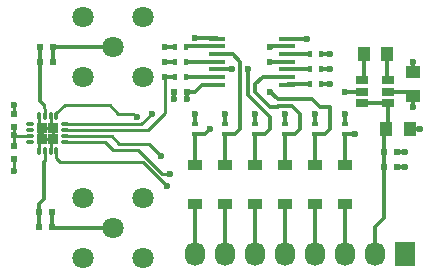
<source format=gtl>
G04 #@! TF.FileFunction,Copper,L1,Top,Signal*
%FSLAX46Y46*%
G04 Gerber Fmt 4.6, Leading zero omitted, Abs format (unit mm)*
G04 Created by KiCad (PCBNEW 4.0.2-stable) date Sat Apr  2 12:17:37 2016*
%MOMM*%
G01*
G04 APERTURE LIST*
%ADD10C,0.100000*%
%ADD11R,0.600000X0.500000*%
%ADD12R,1.000000X1.250000*%
%ADD13R,1.250000X1.000000*%
%ADD14R,0.500000X0.600000*%
%ADD15R,1.220000X0.910000*%
%ADD16R,1.727200X2.032000*%
%ADD17O,1.727200X2.032000*%
%ADD18R,0.600000X0.400000*%
%ADD19R,0.400000X0.600000*%
%ADD20C,1.800000*%
%ADD21R,1.060000X0.650000*%
%ADD22O,0.300000X0.750000*%
%ADD23O,0.750000X0.300000*%
%ADD24R,0.900000X0.900000*%
%ADD25R,1.450000X0.450000*%
%ADD26C,0.600000*%
%ADD27C,0.250000*%
%ADD28C,0.350000*%
G04 APERTURE END LIST*
D10*
D11*
X159935000Y-107315000D03*
X158835000Y-107315000D03*
X159935000Y-106045000D03*
X158835000Y-106045000D03*
D12*
X159020000Y-104140000D03*
X161020000Y-104140000D03*
D13*
X161290000Y-101330000D03*
X161290000Y-99330000D03*
D12*
X157115000Y-97790000D03*
X159115000Y-97790000D03*
D11*
X130725000Y-112395000D03*
X129625000Y-112395000D03*
X129625000Y-111125000D03*
X130725000Y-111125000D03*
D14*
X127508000Y-102828000D03*
X127508000Y-103928000D03*
X127508000Y-106680000D03*
X127508000Y-105580000D03*
D11*
X130810000Y-97155000D03*
X129710000Y-97155000D03*
X130810000Y-98425000D03*
X129710000Y-98425000D03*
X141055000Y-100965000D03*
X142155000Y-100965000D03*
D15*
X142875000Y-110490000D03*
X142875000Y-107220000D03*
X145415000Y-110490000D03*
X145415000Y-107220000D03*
X147955000Y-110490000D03*
X147955000Y-107220000D03*
X155575000Y-110490000D03*
X155575000Y-107220000D03*
X153035000Y-110490000D03*
X153035000Y-107220000D03*
X150495000Y-110490000D03*
X150495000Y-107220000D03*
D16*
X160655000Y-114750000D03*
D17*
X158115000Y-114750000D03*
X155575000Y-114750000D03*
X153035000Y-114750000D03*
X150495000Y-114750000D03*
X147955000Y-114750000D03*
X145415000Y-114750000D03*
X142875000Y-114750000D03*
D18*
X142875000Y-104590000D03*
X142875000Y-103690000D03*
X145415000Y-104590000D03*
X145415000Y-103690000D03*
X147955000Y-104590000D03*
X147955000Y-103690000D03*
D19*
X142055000Y-97155000D03*
X141155000Y-97155000D03*
X142055000Y-98425000D03*
X141155000Y-98425000D03*
X142055000Y-99695000D03*
X141155000Y-99695000D03*
X153485000Y-97790000D03*
X152585000Y-97790000D03*
X153485000Y-99060000D03*
X152585000Y-99060000D03*
X153485000Y-100330000D03*
X152585000Y-100330000D03*
D18*
X150495000Y-104590000D03*
X150495000Y-103690000D03*
X153035000Y-104590000D03*
X153035000Y-103690000D03*
X155575000Y-104590000D03*
X155575000Y-103690000D03*
D20*
X135890000Y-112500000D03*
X138430000Y-115040000D03*
X133350000Y-115040000D03*
X133350000Y-109960000D03*
X138430000Y-109960000D03*
D21*
X159215000Y-101915000D03*
X159215000Y-100965000D03*
X159215000Y-100015000D03*
X157015000Y-100015000D03*
X157015000Y-101915000D03*
X157015000Y-100965000D03*
D22*
X129610000Y-105975000D03*
X130110000Y-105975000D03*
X130610000Y-105975000D03*
X131110000Y-105975000D03*
D23*
X131835000Y-105250000D03*
X131835000Y-104750000D03*
X131835000Y-104250000D03*
X131835000Y-103750000D03*
D22*
X131110000Y-103025000D03*
X130610000Y-103025000D03*
X130110000Y-103025000D03*
X129610000Y-103025000D03*
D23*
X128885000Y-103750000D03*
X128885000Y-104250000D03*
X128885000Y-104750000D03*
X128885000Y-105250000D03*
D24*
X130810000Y-104050000D03*
X129910000Y-104050000D03*
X130810000Y-104950000D03*
X129910000Y-104950000D03*
D20*
X135890000Y-97155000D03*
X133350000Y-94615000D03*
X138430000Y-94615000D03*
X138430000Y-99695000D03*
X133350000Y-99695000D03*
D25*
X144745000Y-96475000D03*
X144745000Y-97125000D03*
X144745000Y-97775000D03*
X144745000Y-98425000D03*
X144745000Y-99075000D03*
X144745000Y-99725000D03*
X144745000Y-100375000D03*
X150645000Y-100375000D03*
X150645000Y-99725000D03*
X150645000Y-99075000D03*
X150645000Y-98425000D03*
X150645000Y-97775000D03*
X150645000Y-97125000D03*
X150645000Y-96475000D03*
D26*
X127508000Y-102108000D03*
X127508000Y-107696000D03*
X130810000Y-104050000D03*
X129910000Y-104050000D03*
X129910000Y-104950000D03*
X130810000Y-104950000D03*
X160655000Y-107315000D03*
X160655000Y-106045000D03*
X141055000Y-101565000D03*
X152355000Y-96475000D03*
X155575000Y-100965000D03*
X161925000Y-104140000D03*
X161290000Y-98425000D03*
X127508000Y-104648000D03*
X142155000Y-101565000D03*
X142875000Y-102870000D03*
X161290000Y-102235000D03*
X155575000Y-102870000D03*
X153035000Y-102870000D03*
X150495000Y-102870000D03*
X147955000Y-102870000D03*
X145415000Y-102870000D03*
X142875000Y-96449990D03*
X144145000Y-104140000D03*
X147360010Y-99075000D03*
X146009990Y-99075000D03*
X149225000Y-97155000D03*
X156395000Y-104590000D03*
X149225000Y-98425000D03*
X149225000Y-100965000D03*
X137922000Y-103124000D03*
X140335000Y-97155000D03*
X139192000Y-102870000D03*
X140335000Y-98425000D03*
X140335000Y-99695000D03*
X140462000Y-108966000D03*
X154305000Y-97790000D03*
X140716000Y-107950000D03*
X154305000Y-99060000D03*
X139954000Y-106426000D03*
X154305000Y-100330000D03*
D27*
X127508000Y-102278000D02*
X127508000Y-102108000D01*
X127508000Y-102828000D02*
X127508000Y-102278000D01*
X127508000Y-107442000D02*
X127508000Y-107696000D01*
X127508000Y-106680000D02*
X127508000Y-107442000D01*
X129910000Y-104050000D02*
X130810000Y-104050000D01*
X129910000Y-104950000D02*
X129910000Y-104050000D01*
X130810000Y-104950000D02*
X129910000Y-104950000D01*
X130810000Y-104050000D02*
X130810000Y-104950000D01*
X130610000Y-105975000D02*
X130610000Y-105150000D01*
X130610000Y-105150000D02*
X130810000Y-104950000D01*
X129610000Y-105975000D02*
X129610000Y-104350000D01*
X129610000Y-104350000D02*
X129910000Y-104050000D01*
X129610000Y-103025000D02*
X129610000Y-103750000D01*
X129610000Y-103750000D02*
X129910000Y-104050000D01*
X130610000Y-103025000D02*
X130610000Y-103850000D01*
X130610000Y-103850000D02*
X130810000Y-104050000D01*
D28*
X159935000Y-107315000D02*
X160655000Y-107315000D01*
X159935000Y-106045000D02*
X160655000Y-106045000D01*
X141020000Y-101600000D02*
X141055000Y-101565000D01*
X141055000Y-100965000D02*
X141055000Y-101565000D01*
X150645000Y-96475000D02*
X152355000Y-96475000D01*
X156210000Y-100965000D02*
X155575000Y-100965000D01*
X157015000Y-100965000D02*
X156210000Y-100965000D01*
X161020000Y-104140000D02*
X161925000Y-104140000D01*
X161290000Y-99330000D02*
X161290000Y-98425000D01*
X158835000Y-111675000D02*
X158115000Y-112395000D01*
X158115000Y-112395000D02*
X158115000Y-114750000D01*
X158835000Y-107315000D02*
X158835000Y-111675000D01*
X158835000Y-107315000D02*
X158835000Y-106045000D01*
X158835000Y-106045000D02*
X158835000Y-104325000D01*
X158835000Y-104325000D02*
X159020000Y-104140000D01*
X157015000Y-101915000D02*
X159215000Y-101915000D01*
X159215000Y-101915000D02*
X159215000Y-103945000D01*
X159215000Y-103945000D02*
X159020000Y-104140000D01*
D27*
X127508000Y-103928000D02*
X127508000Y-104648000D01*
X127508000Y-104648000D02*
X127508000Y-105580000D01*
X128885000Y-104750000D02*
X127610000Y-104750000D01*
X127610000Y-104750000D02*
X127508000Y-104648000D01*
D28*
X142190000Y-101600000D02*
X142155000Y-101565000D01*
X142155000Y-100965000D02*
X142155000Y-101565000D01*
X142875000Y-100965000D02*
X143465000Y-100375000D01*
X143465000Y-100375000D02*
X144745000Y-100375000D01*
X142155000Y-100965000D02*
X142875000Y-100965000D01*
X142875000Y-103140000D02*
X142875000Y-102870000D01*
X142875000Y-103690000D02*
X142875000Y-103140000D01*
X161290000Y-101330000D02*
X161290000Y-102235000D01*
X159215000Y-100965000D02*
X160925000Y-100965000D01*
X160925000Y-100965000D02*
X161290000Y-101330000D01*
X155575000Y-103690000D02*
X155575000Y-102870000D01*
X153035000Y-103690000D02*
X153035000Y-102870000D01*
X150495000Y-103690000D02*
X150495000Y-102870000D01*
X147955000Y-103690000D02*
X147955000Y-102870000D01*
X145415000Y-103690000D02*
X145415000Y-102870000D01*
X157115000Y-97790000D02*
X157115000Y-99915000D01*
X157115000Y-99915000D02*
X157015000Y-100015000D01*
X159115000Y-97790000D02*
X159115000Y-99915000D01*
X159115000Y-99915000D02*
X159215000Y-100015000D01*
X130725000Y-111125000D02*
X130725000Y-112395000D01*
X135890000Y-112500000D02*
X130830000Y-112500000D01*
X130830000Y-112500000D02*
X130725000Y-112395000D01*
D27*
X130110000Y-105975000D02*
X130110000Y-106872000D01*
X130110000Y-106872000D02*
X130048000Y-106934000D01*
D28*
X130048000Y-110102000D02*
X130048000Y-106934000D01*
X129625000Y-111125000D02*
X129625000Y-110525000D01*
X129625000Y-110525000D02*
X130048000Y-110102000D01*
X129625000Y-112395000D02*
X129625000Y-111125000D01*
X130810000Y-97155000D02*
X130810000Y-98425000D01*
X135890000Y-97155000D02*
X130810000Y-97155000D01*
X130048000Y-102108000D02*
X129710000Y-101770000D01*
X129710000Y-101770000D02*
X129710000Y-98425000D01*
D27*
X130048000Y-102338000D02*
X130048000Y-102108000D01*
X130110000Y-103025000D02*
X130110000Y-102400000D01*
X130110000Y-102400000D02*
X130048000Y-102338000D01*
D28*
X129710000Y-97155000D02*
X129710000Y-98425000D01*
X142875000Y-114750000D02*
X142875000Y-110490000D01*
X142875000Y-96449990D02*
X144719990Y-96449990D01*
X144719990Y-96449990D02*
X144745000Y-96475000D01*
X143695000Y-104590000D02*
X144145000Y-104140000D01*
X142875000Y-104590000D02*
X143695000Y-104590000D01*
X142875000Y-104590000D02*
X142875000Y-107220000D01*
X145415000Y-110490000D02*
X145415000Y-114750000D01*
X145415000Y-104590000D02*
X146235000Y-104590000D01*
X146235000Y-104590000D02*
X146685000Y-104140000D01*
X146685000Y-104140000D02*
X146685000Y-98425000D01*
X146685000Y-98425000D02*
X146035000Y-97775000D01*
X146035000Y-97775000D02*
X144745000Y-97775000D01*
X145415000Y-104590000D02*
X145415000Y-107220000D01*
X147955000Y-114750000D02*
X147955000Y-110490000D01*
X147360010Y-99075000D02*
X147360010Y-101276008D01*
X147360010Y-101276008D02*
X149225000Y-103140998D01*
X149225000Y-103140998D02*
X149225000Y-104140000D01*
X149225000Y-104140000D02*
X148775000Y-104590000D01*
X148775000Y-104590000D02*
X147955000Y-104590000D01*
X144745000Y-99075000D02*
X146009990Y-99075000D01*
X146035000Y-99075000D02*
X146009990Y-99075000D01*
X147955000Y-104590000D02*
X147955000Y-107220000D01*
X155575000Y-114750000D02*
X155575000Y-110490000D01*
X150645000Y-97125000D02*
X149255000Y-97125000D01*
X149255000Y-97125000D02*
X149225000Y-97155000D01*
X155575000Y-104590000D02*
X156395000Y-104590000D01*
X155575000Y-104590000D02*
X155575000Y-107220000D01*
X153035000Y-114750000D02*
X153035000Y-110490000D01*
X150645000Y-98425000D02*
X149225000Y-98425000D01*
X149860000Y-101600000D02*
X149225000Y-100965000D01*
X152764002Y-101600000D02*
X149860000Y-101600000D01*
X154305000Y-102235000D02*
X153399002Y-102235000D01*
X153399002Y-102235000D02*
X152764002Y-101600000D01*
X154305000Y-104140000D02*
X154305000Y-102235000D01*
X153855000Y-104590000D02*
X154305000Y-104140000D01*
X153035000Y-104590000D02*
X153855000Y-104590000D01*
X153035000Y-104590000D02*
X153035000Y-107220000D01*
X150495000Y-114750000D02*
X150495000Y-110490000D01*
X147955000Y-100330000D02*
X148560000Y-99725000D01*
X148560000Y-99725000D02*
X150645000Y-99725000D01*
X147955000Y-100965000D02*
X147955000Y-100330000D01*
X149225000Y-102235000D02*
X147955000Y-100965000D01*
X149860000Y-102235000D02*
X149225000Y-102235000D01*
X149900001Y-102194999D02*
X149860000Y-102235000D01*
X151765000Y-102870000D02*
X151089999Y-102194999D01*
X151089999Y-102194999D02*
X149900001Y-102194999D01*
X151765000Y-104140000D02*
X151765000Y-102870000D01*
X151315000Y-104590000D02*
X151765000Y-104140000D01*
X150495000Y-104590000D02*
X151315000Y-104590000D01*
X150495000Y-104590000D02*
X150495000Y-107220000D01*
X144745000Y-97125000D02*
X142085000Y-97125000D01*
X142085000Y-97125000D02*
X142055000Y-97155000D01*
D27*
X131802000Y-102108000D02*
X135636000Y-102108000D01*
X136352001Y-102824001D02*
X135636000Y-102108000D01*
X137922000Y-103124000D02*
X137622001Y-102824001D01*
X137622001Y-102824001D02*
X136352001Y-102824001D01*
X131110000Y-103025000D02*
X131110000Y-102800000D01*
X131110000Y-102800000D02*
X131802000Y-102108000D01*
D28*
X141155000Y-97155000D02*
X140335000Y-97155000D01*
X142055000Y-98425000D02*
X144745000Y-98425000D01*
D27*
X138312000Y-103750000D02*
X139192000Y-102870000D01*
X135010000Y-103750000D02*
X138312000Y-103750000D01*
X131835000Y-103750000D02*
X135010000Y-103750000D01*
D28*
X141155000Y-98425000D02*
X140335000Y-98425000D01*
X142055000Y-99695000D02*
X144715000Y-99695000D01*
X144715000Y-99695000D02*
X144745000Y-99725000D01*
D27*
X131835000Y-104250000D02*
X138828000Y-104250000D01*
X138828000Y-104250000D02*
X140335000Y-102743000D01*
X140335000Y-102743000D02*
X140335000Y-99695000D01*
D28*
X141155000Y-99695000D02*
X140335000Y-99695000D01*
D27*
X138430000Y-106934000D02*
X140462000Y-108966000D01*
X135890000Y-106934000D02*
X138430000Y-106934000D01*
X131444000Y-106934000D02*
X135890000Y-106934000D01*
X131110000Y-105975000D02*
X131110000Y-106600000D01*
X131110000Y-106600000D02*
X131444000Y-106934000D01*
D28*
X153485000Y-97790000D02*
X154305000Y-97790000D01*
X152585000Y-97790000D02*
X150660000Y-97790000D01*
X150660000Y-97790000D02*
X150645000Y-97775000D01*
D27*
X140082410Y-107950000D02*
X140716000Y-107950000D01*
X135890000Y-105918000D02*
X138050410Y-105918000D01*
X138050410Y-105918000D02*
X140082410Y-107950000D01*
X135222000Y-105250000D02*
X135890000Y-105918000D01*
X131835000Y-105250000D02*
X135222000Y-105250000D01*
D28*
X153485000Y-99060000D02*
X154305000Y-99060000D01*
X150645000Y-99075000D02*
X152570000Y-99075000D01*
X152570000Y-99075000D02*
X152585000Y-99060000D01*
D27*
X138938000Y-105410000D02*
X136448000Y-105410000D01*
X136448000Y-105410000D02*
X135788000Y-104750000D01*
X139954000Y-106426000D02*
X138938000Y-105410000D01*
X131835000Y-104750000D02*
X135788000Y-104750000D01*
D28*
X153485000Y-100330000D02*
X154305000Y-100330000D01*
X152585000Y-100330000D02*
X150690000Y-100330000D01*
X150690000Y-100330000D02*
X150645000Y-100375000D01*
M02*

</source>
